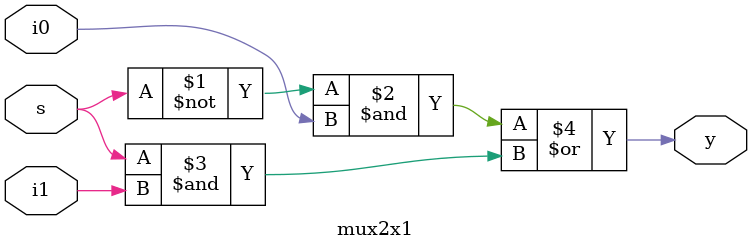
<source format=v>
module mux2x1(input s,i0,i1, output y);
	assign y = (~s&i0)|(s&i1);
endmodule

/*module mux2x1(input s,i0,i1, output y); 
	assign y = s?i1:i0;  
endmodule

module mux2x1(input s,i0,i1, output y); 
	always @(*) begin
		case(s)
		0 : y = i0;
		1 : y = i1;
	end
endmodule

module mux2x1(input s,i0,i1, output y);
	always @(*) begin
	if(s)
		y = i1;
	else
		y = i0;
	end
endmodule*/
</source>
